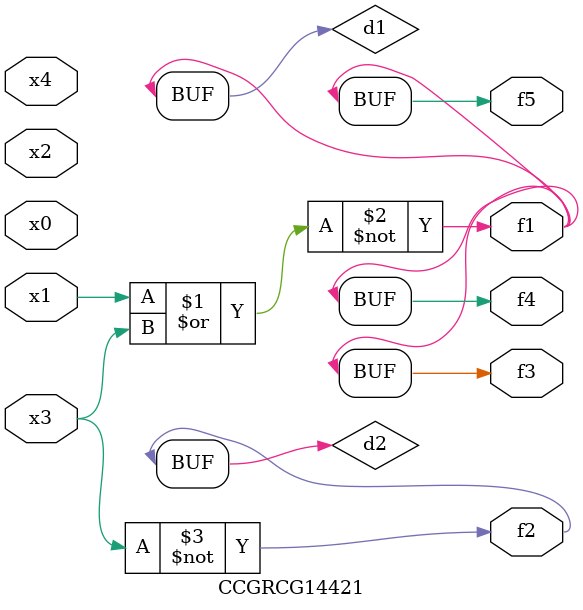
<source format=v>
module CCGRCG14421(
	input x0, x1, x2, x3, x4,
	output f1, f2, f3, f4, f5
);

	wire d1, d2;

	nor (d1, x1, x3);
	not (d2, x3);
	assign f1 = d1;
	assign f2 = d2;
	assign f3 = d1;
	assign f4 = d1;
	assign f5 = d1;
endmodule

</source>
